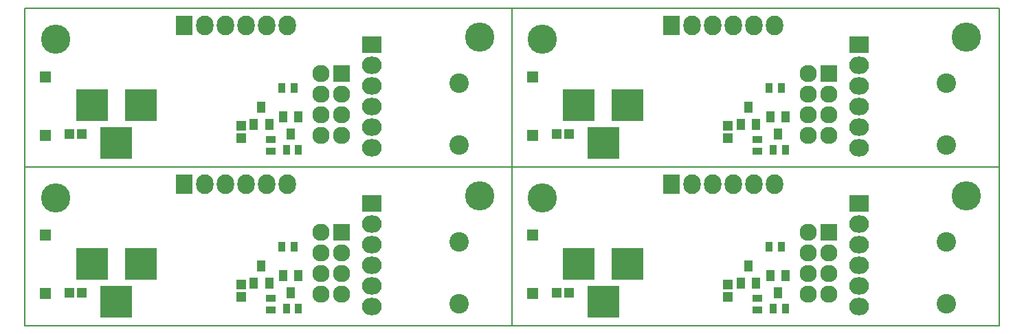
<source format=gbr>
G04 #@! TF.FileFunction,Soldermask,Bot*
%FSLAX46Y46*%
G04 Gerber Fmt 4.6, Leading zero omitted, Abs format (unit mm)*
G04 Created by KiCad (PCBNEW (2015-01-16 BZR 5376)-product) date 1/21/2016 3:46:14 PM*
%MOMM*%
G01*
G04 APERTURE LIST*
%ADD10C,0.100000*%
%ADD11C,0.150000*%
%ADD12C,3.600000*%
%ADD13R,2.432000X2.127200*%
%ADD14O,2.432000X2.127200*%
%ADD15R,1.400760X1.400760*%
%ADD16C,2.400000*%
%ADD17R,0.900000X1.300000*%
%ADD18R,1.300000X0.900000*%
%ADD19R,2.127200X2.432000*%
%ADD20O,2.127200X2.432000*%
%ADD21R,3.900120X3.900120*%
%ADD22R,1.150000X1.200000*%
%ADD23R,1.200000X1.150000*%
%ADD24R,0.999440X1.400760*%
%ADD25R,2.127200X2.127200*%
%ADD26O,2.127200X2.127200*%
G04 APERTURE END LIST*
D10*
D11*
X206000000Y-77500000D02*
X206000000Y-77000000D01*
X206000000Y-77000000D02*
X146000000Y-77000000D01*
X146000000Y-77000000D02*
X146000000Y-96500000D01*
X146000000Y-96500000D02*
X206000000Y-96500000D01*
X206000000Y-96500000D02*
X206000000Y-77500000D01*
X206000000Y-116050000D02*
X206000000Y-97050000D01*
X146000000Y-116050000D02*
X206000000Y-116050000D01*
X146000000Y-96550000D02*
X146000000Y-116050000D01*
X206000000Y-96550000D02*
X146000000Y-96550000D01*
X206000000Y-97050000D02*
X206000000Y-96550000D01*
X146000000Y-97050000D02*
X146000000Y-96550000D01*
X146000000Y-96550000D02*
X86000000Y-96550000D01*
X86000000Y-96550000D02*
X86000000Y-116050000D01*
X86000000Y-116050000D02*
X146000000Y-116050000D01*
X146000000Y-116050000D02*
X146000000Y-97050000D01*
X146000000Y-96500000D02*
X146000000Y-77500000D01*
X86000000Y-96500000D02*
X146000000Y-96500000D01*
X86000000Y-77000000D02*
X86000000Y-96500000D01*
X146000000Y-77000000D02*
X86000000Y-77000000D01*
X146000000Y-77500000D02*
X146000000Y-77000000D01*
D12*
X149750000Y-80750000D03*
D13*
X188750000Y-81500000D03*
D14*
X188750000Y-84040000D03*
X188750000Y-86580000D03*
X188750000Y-89120000D03*
X188750000Y-91660000D03*
X188750000Y-94200000D03*
D15*
X148500000Y-85400820D03*
X148500000Y-92599180D03*
D16*
X199500000Y-93799840D03*
X199500000Y-86200160D03*
D17*
X177650000Y-86800000D03*
X179150000Y-86800000D03*
D18*
X176250000Y-93125000D03*
X176250000Y-94625000D03*
D17*
X179700000Y-94400000D03*
X178200000Y-94400000D03*
D19*
X165600000Y-79075000D03*
D20*
X168140000Y-79075000D03*
X170680000Y-79075000D03*
X173220000Y-79075000D03*
X175760000Y-79075000D03*
X178300000Y-79075000D03*
D12*
X202000000Y-80500000D03*
D21*
X160250140Y-88900000D03*
X154250660Y-88900000D03*
X157250400Y-93599000D03*
D22*
X172600000Y-92950000D03*
X172600000Y-91450000D03*
D23*
X151500000Y-92500000D03*
X153000000Y-92500000D03*
D24*
X176077500Y-91306640D03*
X175125000Y-89193360D03*
X174172500Y-91306640D03*
X177797500Y-90368360D03*
X178750000Y-92481640D03*
X179702500Y-90368360D03*
D25*
X185000000Y-85000000D03*
D26*
X182460000Y-85000000D03*
X185000000Y-87540000D03*
X182460000Y-87540000D03*
X185000000Y-90080000D03*
X182460000Y-90080000D03*
X185000000Y-92620000D03*
X182460000Y-92620000D03*
D25*
X185000000Y-104550000D03*
D26*
X182460000Y-104550000D03*
X185000000Y-107090000D03*
X182460000Y-107090000D03*
X185000000Y-109630000D03*
X182460000Y-109630000D03*
X185000000Y-112170000D03*
X182460000Y-112170000D03*
D24*
X177797500Y-109918360D03*
X178750000Y-112031640D03*
X179702500Y-109918360D03*
X176077500Y-110856640D03*
X175125000Y-108743360D03*
X174172500Y-110856640D03*
D23*
X151500000Y-112050000D03*
X153000000Y-112050000D03*
D22*
X172600000Y-112500000D03*
X172600000Y-111000000D03*
D21*
X160250140Y-108450000D03*
X154250660Y-108450000D03*
X157250400Y-113149000D03*
D12*
X202000000Y-100050000D03*
D19*
X165600000Y-98625000D03*
D20*
X168140000Y-98625000D03*
X170680000Y-98625000D03*
X173220000Y-98625000D03*
X175760000Y-98625000D03*
X178300000Y-98625000D03*
D17*
X179700000Y-113950000D03*
X178200000Y-113950000D03*
D18*
X176250000Y-112675000D03*
X176250000Y-114175000D03*
D17*
X177650000Y-106350000D03*
X179150000Y-106350000D03*
D16*
X199500000Y-113349840D03*
X199500000Y-105750160D03*
D15*
X148500000Y-104950820D03*
X148500000Y-112149180D03*
D13*
X188750000Y-101050000D03*
D14*
X188750000Y-103590000D03*
X188750000Y-106130000D03*
X188750000Y-108670000D03*
X188750000Y-111210000D03*
X188750000Y-113750000D03*
D12*
X149750000Y-100300000D03*
X89750000Y-100300000D03*
D13*
X128750000Y-101050000D03*
D14*
X128750000Y-103590000D03*
X128750000Y-106130000D03*
X128750000Y-108670000D03*
X128750000Y-111210000D03*
X128750000Y-113750000D03*
D15*
X88500000Y-104950820D03*
X88500000Y-112149180D03*
D16*
X139500000Y-113349840D03*
X139500000Y-105750160D03*
D17*
X117650000Y-106350000D03*
X119150000Y-106350000D03*
D18*
X116250000Y-112675000D03*
X116250000Y-114175000D03*
D17*
X119700000Y-113950000D03*
X118200000Y-113950000D03*
D19*
X105600000Y-98625000D03*
D20*
X108140000Y-98625000D03*
X110680000Y-98625000D03*
X113220000Y-98625000D03*
X115760000Y-98625000D03*
X118300000Y-98625000D03*
D12*
X142000000Y-100050000D03*
D21*
X100250140Y-108450000D03*
X94250660Y-108450000D03*
X97250400Y-113149000D03*
D22*
X112600000Y-112500000D03*
X112600000Y-111000000D03*
D23*
X91500000Y-112050000D03*
X93000000Y-112050000D03*
D24*
X116077500Y-110856640D03*
X115125000Y-108743360D03*
X114172500Y-110856640D03*
X117797500Y-109918360D03*
X118750000Y-112031640D03*
X119702500Y-109918360D03*
D25*
X125000000Y-104550000D03*
D26*
X122460000Y-104550000D03*
X125000000Y-107090000D03*
X122460000Y-107090000D03*
X125000000Y-109630000D03*
X122460000Y-109630000D03*
X125000000Y-112170000D03*
X122460000Y-112170000D03*
D25*
X125000000Y-85000000D03*
D26*
X122460000Y-85000000D03*
X125000000Y-87540000D03*
X122460000Y-87540000D03*
X125000000Y-90080000D03*
X122460000Y-90080000D03*
X125000000Y-92620000D03*
X122460000Y-92620000D03*
D24*
X117797500Y-90368360D03*
X118750000Y-92481640D03*
X119702500Y-90368360D03*
X116077500Y-91306640D03*
X115125000Y-89193360D03*
X114172500Y-91306640D03*
D23*
X91500000Y-92500000D03*
X93000000Y-92500000D03*
D22*
X112600000Y-92950000D03*
X112600000Y-91450000D03*
D21*
X100250140Y-88900000D03*
X94250660Y-88900000D03*
X97250400Y-93599000D03*
D12*
X142000000Y-80500000D03*
D19*
X105600000Y-79075000D03*
D20*
X108140000Y-79075000D03*
X110680000Y-79075000D03*
X113220000Y-79075000D03*
X115760000Y-79075000D03*
X118300000Y-79075000D03*
D17*
X119700000Y-94400000D03*
X118200000Y-94400000D03*
D18*
X116250000Y-93125000D03*
X116250000Y-94625000D03*
D17*
X117650000Y-86800000D03*
X119150000Y-86800000D03*
D16*
X139500000Y-93799840D03*
X139500000Y-86200160D03*
D15*
X88500000Y-85400820D03*
X88500000Y-92599180D03*
D13*
X128750000Y-81500000D03*
D14*
X128750000Y-84040000D03*
X128750000Y-86580000D03*
X128750000Y-89120000D03*
X128750000Y-91660000D03*
X128750000Y-94200000D03*
D12*
X89750000Y-80750000D03*
M02*

</source>
